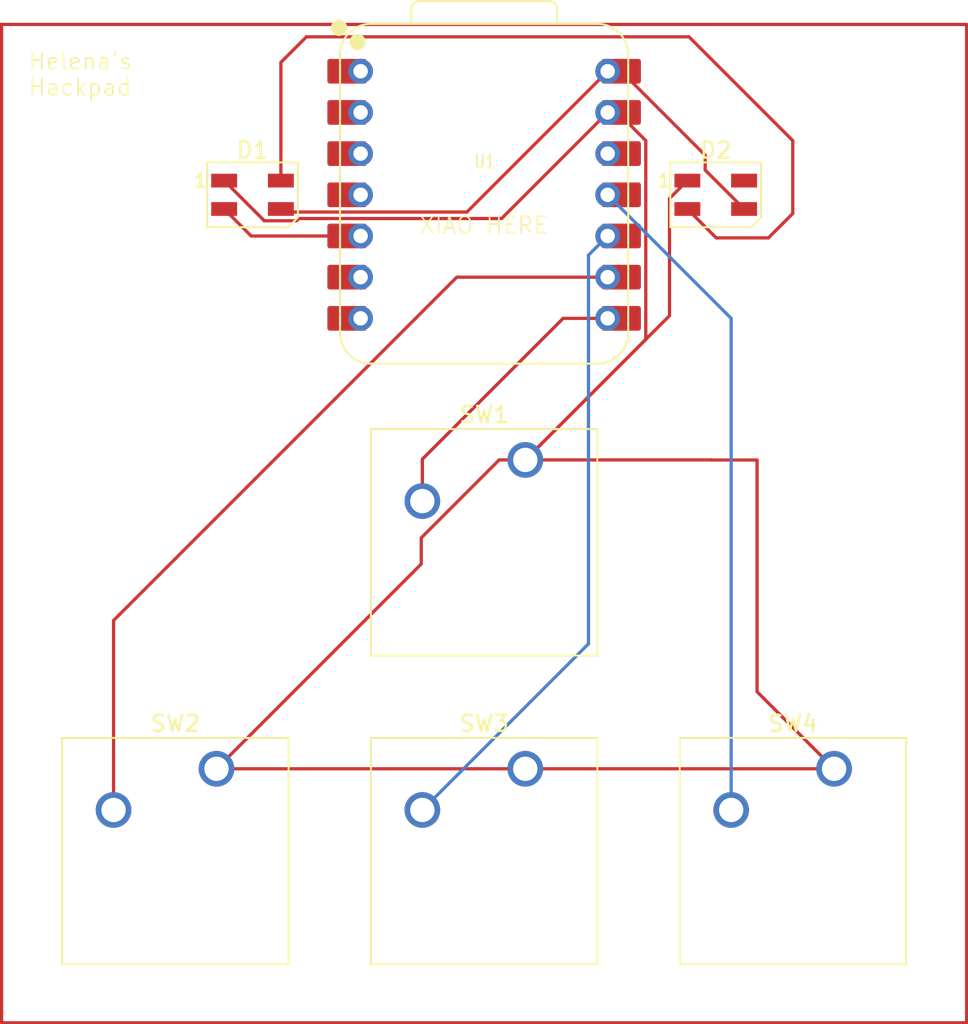
<source format=kicad_pcb>
(kicad_pcb (version 20241229) (generator "pcbnew") (generator_version "9.0")
  (layers (0 "F.Cu" signal) (2 "B.Cu" signal) (13 "F.Paste" user) (15 "B.Paste" user) (5 "F.SilkS" user "F.Silkscreen") (7 "B.SilkS" user "B.Silkscreen") (1 "F.Mask" user) (3 "B.Mask" user) (25 "Edge.Cuts" user))
  (net 0 "")
  (net 1 "+5V")
  (net 2 "Net-(D1-DIN)")
  (net 3 "Net-(D1-DOUT)")
  (net 5 "GND")
  (net 6 "Net-(U1-GPIO1{slash}RX)")
  (net 7 "Net-(U1-GPIO2{slash}SCK)")
  (net 8 "Net-(U1-GPIO4{slash}MISO)")
  (net 9 "Net-(U1-GPIO3{slash}MOSI)")
  (footprint "Button_Switch_Keyboard:SW_Cherry_MX_1.00u_PCB" (layer "F.Cu") (at 64.4525 80.645)
    (property "Reference" "SW2" (at -2.54 -2.794 0) (layer "F.SilkS"))
    (property "Value" "SW_Push")
    (fp_line (start -9.525 -1.905) (end 4.445 -1.905) (stroke (width 0.12)) (layer "F.SilkS"))
    (fp_line (start -9.525 12.065) (end -9.525 -1.905) (stroke (width 0.12)) (layer "F.SilkS"))
    (fp_line (start 4.445 -1.905) (end 4.445 12.065) (stroke (width 0.12)) (layer "F.SilkS"))
    (fp_line (start 4.445 12.065) (end -9.525 12.065) (stroke (width 0.12)) (layer "F.SilkS"))
    (pad "" np_thru_hole circle (at -7.62 5.08) (size 1.7 1.7) (drill 1.7) (layers "*.Cu" "*.Mask"))
    (pad "" np_thru_hole circle (at -2.54 5.08) (size 4 4) (drill 4) (layers "*.Cu" "*.Mask"))
    (pad "" np_thru_hole circle (at 2.54 5.08) (size 1.7 1.7) (drill 1.7) (layers "*.Cu" "*.Mask"))
    (pad "1" thru_hole circle (at 0 0) (size 2.2 2.2) (drill 1.5) (layers "*.Cu" "*.Mask") (net 5 "GND"))
    (pad "2" thru_hole circle (at -6.35 2.54) (size 2.2 2.2) (drill 1.5) (layers "*.Cu" "*.Mask") (net 7 "Net-(U1-GPIO2{slash}SCK)"))
  )
  (footprint "OPL Lib:XIAO-RP2040-DIP" (layer "F.Cu") (at 80.9625 45.24375)
    (property "Reference" "U1" (at 0.0375 -2.04375 0) (layer "F.SilkS") (effects (font (size 0.8 0.635) (thickness 0.1016))))
    (property "Value" "XIAO-RP2040-DIP")
    (fp_line (start -8.89 8.509) (end -8.89 -8.636) (stroke (width 0.127)) (layer "F.SilkS"))
    (fp_line (start -6.985 10.414) (end 6.985 10.414) (stroke (width 0.127)) (layer "F.SilkS"))
    (fp_line (start -4.495 -10.541) (end -4.491272 -11.451272) (stroke (width 0.127)) (layer "F.SilkS"))
    (fp_line (start -3.991272 -11.951) (end 4.004 -11.951) (stroke (width 0.127)) (layer "F.SilkS"))
    (fp_line (start 4.504 -11.451) (end 4.504 -10.541) (stroke (width 0.127)) (layer "F.SilkS"))
    (fp_line (start 6.985 -10.541) (end -6.985 -10.541) (stroke (width 0.1)) (layer "F.SilkS"))
    (fp_line (start 6.985 -10.541) (end -6.985 -10.541) (stroke (width 0.127)) (layer "F.SilkS"))
    (fp_line (start 8.89 8.509) (end 8.89 -8.636) (stroke (width 0.127)) (layer "F.SilkS"))
    (fp_arc (start -8.89 -8.636) (mid -8.332038 -9.983038) (end -6.985 -10.541) (stroke (width 0.127)) (layer "F.SilkS"))
    (fp_arc (start -6.985 10.414) (mid -8.332038 9.856038) (end -8.89 8.509) (stroke (width 0.127)) (layer "F.SilkS"))
    (fp_arc (start -4.491272 -11.451272) (mid -4.344728 -11.80464) (end -3.991272 -11.951) (stroke (width 0.127)) (layer "F.SilkS"))
    (fp_arc (start 4.004 -11.951) (mid 4.357553 -11.804553) (end 4.504 -11.451) (stroke (width 0.127)) (layer "F.SilkS"))
    (fp_arc (start 6.985 -10.541) (mid 8.332038 -9.983038) (end 8.89 -8.636) (stroke (width 0.127)) (layer "F.SilkS"))
    (fp_arc (start 8.89 8.509) (mid 8.332038 9.856038) (end 6.985 10.414) (stroke (width 0.127)) (layer "F.SilkS"))
    (fp_circle (center -8.95 -10.3) (end -8.95 -10.554) (stroke (width 0.5)) (fill yes) (layer "F.SilkS"))
    (fp_circle (center -7.807 -9.42) (end -7.807 -9.674) (stroke (width 0.5)) (fill yes) (layer "F.SilkS"))
    (pad "1" smd roundrect (at -8.455 -7.62 180) (size 2.432 1.524) (layers "F.Cu" "F.Mask") (roundrect_rratio 0.1))
    (pad "1" thru_hole circle (at -7.62 -7.62 180) (size 1.524 1.524) (drill 0.889) (layers "*.Cu" "*.Mask"))
    (pad "2" smd roundrect (at -8.455 -5.08 180) (size 2.432 1.524) (layers "F.Cu" "F.Mask") (roundrect_rratio 0.1))
    (pad "2" thru_hole circle (at -7.62 -5.08 180) (size 1.524 1.524) (drill 0.889) (layers "*.Cu" "*.Mask"))
    (pad "3" smd roundrect (at -8.455 -2.54 180) (size 2.432 1.524) (layers "F.Cu" "F.Mask") (roundrect_rratio 0.1))
    (pad "3" thru_hole circle (at -7.62 -2.54 180) (size 1.524 1.524) (drill 0.889) (layers "*.Cu" "*.Mask"))
    (pad "4" smd roundrect (at -8.455 0 180) (size 2.432 1.524) (layers "F.Cu" "F.Mask") (roundrect_rratio 0.1))
    (pad "4" thru_hole circle (at -7.62 0 180) (size 1.524 1.524) (drill 0.889) (layers "*.Cu" "*.Mask"))
    (pad "5" smd roundrect (at -8.455 2.54 180) (size 2.432 1.524) (layers "F.Cu" "F.Mask") (roundrect_rratio 0.1) (net 2 "Net-(D1-DIN)"))
    (pad "5" thru_hole circle (at -7.62 2.54 180) (size 1.524 1.524) (drill 0.889) (layers "*.Cu" "*.Mask") (net 2 "Net-(D1-DIN)"))
    (pad "6" smd roundrect (at -8.455 5.08 180) (size 2.432 1.524) (layers "F.Cu" "F.Mask") (roundrect_rratio 0.1))
    (pad "6" thru_hole circle (at -7.62 5.08 180) (size 1.524 1.524) (drill 0.889) (layers "*.Cu" "*.Mask"))
    (pad "7" smd roundrect (at -8.455 7.62 180) (size 2.432 1.524) (layers "F.Cu" "F.Mask") (roundrect_rratio 0.1))
    (pad "7" thru_hole circle (at -7.62 7.62 180) (size 1.524 1.524) (drill 0.889) (layers "*.Cu" "*.Mask"))
    (pad "8" thru_hole circle (at 7.62 7.62) (size 1.524 1.524) (drill 0.889) (layers "*.Cu" "*.Mask") (net 6 "Net-(U1-GPIO1{slash}RX)"))
    (pad "8" smd roundrect (at 8.455 7.62) (size 2.432 1.524) (layers "F.Cu" "F.Mask") (roundrect_rratio 0.1) (net 6 "Net-(U1-GPIO1{slash}RX)"))
    (pad "9" thru_hole circle (at 7.62 5.08) (size 1.524 1.524) (drill 0.889) (layers "*.Cu" "*.Mask") (net 7 "Net-(U1-GPIO2{slash}SCK)"))
    (pad "9" smd roundrect (at 8.455 5.08) (size 2.432 1.524) (layers "F.Cu" "F.Mask") (roundrect_rratio 0.1) (net 7 "Net-(U1-GPIO2{slash}SCK)"))
    (pad "10" thru_hole circle (at 7.62 2.54) (size 1.524 1.524) (drill 0.889) (layers "*.Cu" "*.Mask") (net 8 "Net-(U1-GPIO4{slash}MISO)"))
    (pad "10" smd roundrect (at 8.455 2.54) (size 2.432 1.524) (layers "F.Cu" "F.Mask") (roundrect_rratio 0.1) (net 8 "Net-(U1-GPIO4{slash}MISO)"))
    (pad "11" thru_hole circle (at 7.62 0) (size 1.524 1.524) (drill 0.889) (layers "*.Cu" "*.Mask") (net 9 "Net-(U1-GPIO3{slash}MOSI)"))
    (pad "11" smd roundrect (at 8.455 0) (size 2.432 1.524) (layers "F.Cu" "F.Mask") (roundrect_rratio 0.1) (net 9 "Net-(U1-GPIO3{slash}MOSI)"))
    (pad "12" thru_hole circle (at 7.62 -2.54) (size 1.524 1.524) (drill 0.889) (layers "*.Cu" "*.Mask"))
    (pad "12" smd roundrect (at 8.455 -2.54) (size 2.432 1.524) (layers "F.Cu" "F.Mask") (roundrect_rratio 0.1))
    (pad "13" thru_hole circle (at 7.62 -5.08) (size 1.524 1.524) (drill 0.889) (layers "*.Cu" "*.Mask") (net 5 "GND"))
    (pad "13" smd roundrect (at 8.455 -5.08) (size 2.432 1.524) (layers "F.Cu" "F.Mask") (roundrect_rratio 0.1) (net 5 "GND"))
    (pad "14" thru_hole circle (at 7.62 -7.62) (size 1.524 1.524) (drill 0.889) (layers "*.Cu" "*.Mask") (net 1 "+5V"))
    (pad "14" smd roundrect (at 8.455 -7.62) (size 2.432 1.524) (layers "F.Cu" "F.Mask") (roundrect_rratio 0.1) (net 1 "+5V"))
  )
  (footprint "Button_Switch_Keyboard:SW_Cherry_MX_1.00u_PCB" (layer "F.Cu") (at 83.5025 61.595)
    (property "Reference" "SW1" (at -2.54 -2.794 0) (layer "F.SilkS"))
    (property "Value" "SW_Push")
    (fp_line (start -9.525 -1.905) (end 4.445 -1.905) (stroke (width 0.12)) (layer "F.SilkS"))
    (fp_line (start -9.525 12.065) (end -9.525 -1.905) (stroke (width 0.12)) (layer "F.SilkS"))
    (fp_line (start 4.445 -1.905) (end 4.445 12.065) (stroke (width 0.12)) (layer "F.SilkS"))
    (fp_line (start 4.445 12.065) (end -9.525 12.065) (stroke (width 0.12)) (layer "F.SilkS"))
    (pad "" np_thru_hole circle (at -7.62 5.08) (size 1.7 1.7) (drill 1.7) (layers "*.Cu" "*.Mask"))
    (pad "" np_thru_hole circle (at -2.54 5.08) (size 4 4) (drill 4) (layers "*.Cu" "*.Mask"))
    (pad "" np_thru_hole circle (at 2.54 5.08) (size 1.7 1.7) (drill 1.7) (layers "*.Cu" "*.Mask"))
    (pad "1" thru_hole circle (at 0 0) (size 2.2 2.2) (drill 1.5) (layers "*.Cu" "*.Mask") (net 5 "GND"))
    (pad "2" thru_hole circle (at -6.35 2.54) (size 2.2 2.2) (drill 1.5) (layers "*.Cu" "*.Mask") (net 6 "Net-(U1-GPIO1{slash}RX)"))
  )
  (footprint "LED_SMD:LED_SK6812MINI_PLCC4_3.5x3.5mm_P1.75mm" (layer "F.Cu") (at 95.25 45.24375)
    (property "Reference" "D2" (at 0 -2.75 0) (layer "F.SilkS"))
    (property "Value" "SK6812")
    (fp_line (start -2.8 -2) (end -2.8 2) (stroke (width 0.12)) (layer "F.SilkS"))
    (fp_line (start -2.8 -2) (end 2.8 -2) (stroke (width 0.12)) (layer "F.SilkS"))
    (fp_line (start -2.8 2) (end 2.2 2) (stroke (width 0.12)) (layer "F.SilkS"))
    (fp_line (start 2.8 1.4) (end 2.2 2) (stroke (width 0.12)) (layer "F.SilkS"))
    (fp_line (start 2.8 1.4) (end 2.8 -2) (stroke (width 0.12)) (layer "F.SilkS"))
    (fp_text user "1" (at -3.2 -0.875 0) (layer "F.SilkS") (effects (font (size 0.8 0.8))))
    (pad "1" smd rect (at -1.75 -0.875) (size 1.6 0.85) (layers "F.Cu" "F.Mask" "F.Paste") (net 5 "GND"))
    (pad "2" smd rect (at -1.75 0.875) (size 1.6 0.85) (layers "F.Cu" "F.Mask" "F.Paste") (net 3 "Net-(D1-DOUT)"))
    (pad "3" smd rect (at 1.75 0.875) (size 1.6 0.85) (layers "F.Cu" "F.Mask" "F.Paste") (net 1 "+5V"))
    (pad "4" smd rect (at 1.75 -0.875) (size 1.6 0.85) (layers "F.Cu" "F.Mask" "F.Paste"))
  )
  (footprint "Button_Switch_Keyboard:SW_Cherry_MX_1.00u_PCB" (layer "F.Cu") (at 102.5525 80.645)
    (property "Reference" "SW4" (at -2.54 -2.794 0) (layer "F.SilkS"))
    (property "Value" "SW_Push")
    (fp_line (start -9.525 -1.905) (end 4.445 -1.905) (stroke (width 0.12)) (layer "F.SilkS"))
    (fp_line (start -9.525 12.065) (end -9.525 -1.905) (stroke (width 0.12)) (layer "F.SilkS"))
    (fp_line (start 4.445 -1.905) (end 4.445 12.065) (stroke (width 0.12)) (layer "F.SilkS"))
    (fp_line (start 4.445 12.065) (end -9.525 12.065) (stroke (width 0.12)) (layer "F.SilkS"))
    (pad "" np_thru_hole circle (at -7.62 5.08) (size 1.7 1.7) (drill 1.7) (layers "*.Cu" "*.Mask"))
    (pad "" np_thru_hole circle (at -2.54 5.08) (size 4 4) (drill 4) (layers "*.Cu" "*.Mask"))
    (pad "" np_thru_hole circle (at 2.54 5.08) (size 1.7 1.7) (drill 1.7) (layers "*.Cu" "*.Mask"))
    (pad "1" thru_hole circle (at 0 0) (size 2.2 2.2) (drill 1.5) (layers "*.Cu" "*.Mask") (net 5 "GND"))
    (pad "2" thru_hole circle (at -6.35 2.54) (size 2.2 2.2) (drill 1.5) (layers "*.Cu" "*.Mask") (net 9 "Net-(U1-GPIO3{slash}MOSI)"))
  )
  (footprint "LED_SMD:LED_SK6812MINI_PLCC4_3.5x3.5mm_P1.75mm" (layer "F.Cu") (at 66.675 45.24375)
    (property "Reference" "D1" (at 0 -2.75 0) (layer "F.SilkS"))
    (property "Value" "SK6812")
    (fp_line (start -2.8 -2) (end -2.8 2) (stroke (width 0.12)) (layer "F.SilkS"))
    (fp_line (start -2.8 -2) (end 2.8 -2) (stroke (width 0.12)) (layer "F.SilkS"))
    (fp_line (start -2.8 2) (end 2.2 2) (stroke (width 0.12)) (layer "F.SilkS"))
    (fp_line (start 2.8 1.4) (end 2.2 2) (stroke (width 0.12)) (layer "F.SilkS"))
    (fp_line (start 2.8 1.4) (end 2.8 -2) (stroke (width 0.12)) (layer "F.SilkS"))
    (fp_text user "1" (at -3.2 -0.875 0) (layer "F.SilkS") (effects (font (size 0.8 0.8))))
    (pad "1" smd rect (at -1.75 -0.875) (size 1.6 0.85) (layers "F.Cu" "F.Mask" "F.Paste") (net 5 "GND"))
    (pad "2" smd rect (at -1.75 0.875) (size 1.6 0.85) (layers "F.Cu" "F.Mask" "F.Paste") (net 2 "Net-(D1-DIN)"))
    (pad "3" smd rect (at 1.75 0.875) (size 1.6 0.85) (layers "F.Cu" "F.Mask" "F.Paste") (net 1 "+5V"))
    (pad "4" smd rect (at 1.75 -0.875) (size 1.6 0.85) (layers "F.Cu" "F.Mask" "F.Paste") (net 3 "Net-(D1-DOUT)"))
  )
  (footprint "Button_Switch_Keyboard:SW_Cherry_MX_1.00u_PCB" (layer "F.Cu") (at 83.5025 80.645)
    (property "Reference" "SW3" (at -2.54 -2.794 0) (layer "F.SilkS"))
    (property "Value" "SW_Push")
    (fp_line (start -9.525 -1.905) (end 4.445 -1.905) (stroke (width 0.12)) (layer "F.SilkS"))
    (fp_line (start -9.525 12.065) (end -9.525 -1.905) (stroke (width 0.12)) (layer "F.SilkS"))
    (fp_line (start 4.445 -1.905) (end 4.445 12.065) (stroke (width 0.12)) (layer "F.SilkS"))
    (fp_line (start 4.445 12.065) (end -9.525 12.065) (stroke (width 0.12)) (layer "F.SilkS"))
    (pad "" np_thru_hole circle (at -7.62 5.08) (size 1.7 1.7) (drill 1.7) (layers "*.Cu" "*.Mask"))
    (pad "" np_thru_hole circle (at -2.54 5.08) (size 4 4) (drill 4) (layers "*.Cu" "*.Mask"))
    (pad "" np_thru_hole circle (at 2.54 5.08) (size 1.7 1.7) (drill 1.7) (layers "*.Cu" "*.Mask"))
    (pad "1" thru_hole circle (at 0 0) (size 2.2 2.2) (drill 1.5) (layers "*.Cu" "*.Mask") (net 5 "GND"))
    (pad "2" thru_hole circle (at -6.35 2.54) (size 2.2 2.2) (drill 1.5) (layers "*.Cu" "*.Mask") (net 8 "Net-(U1-GPIO4{slash}MISO)"))
  )
  (gr_rect (start 51.196875 34.7375) (end 110.728125 96.3125) (stroke (width 0.2)) (fill no) (layer "F.Cu"))
  (gr_text "XIAO HERE" (at 76.9 47.7 0) (layer "F.SilkS") (effects (font (size 1 1) (thickness 0.1)) (justify left bottom)))
  (gr_text "Helena's \nHackpad" (at 52.8 39.2 0) (layer "F.SilkS") (effects (font (size 1 1) (thickness 0.1)) (justify left bottom)))
  (segment (start 68.425 46.11875) (end 68.613 46.30675) (width 0.2) (layer "F.Cu") (net 1))
  (segment (start 79.8995 46.30675) (end 88.5825 37.62375) (width 0.2) (layer "F.Cu") (net 1))
  (segment (start 68.613 46.30675) (end 79.8995 46.30675) (width 0.2) (layer "F.Cu") (net 1))
  (segment (start 97 46.11875) (end 94.6 43.71875) (width 0.2) (layer "F.Cu") (net 1))
  (segment (start 94.6 43.71875) (end 94.6 42.80625) (width 0.2) (layer "F.Cu") (net 1))
  (segment (start 94.6 42.80625) (end 89.4175 37.62375) (width 0.2) (layer "F.Cu") (net 1))
  (segment (start 64.925 46.11875) (end 66.59 47.78375) (width 0.2) (layer "F.Cu") (net 2))
  (segment (start 66.59 47.78375) (end 72.5075 47.78375) (width 0.2) (layer "F.Cu") (net 2))
  (segment (start 98.5 47.9) (end 95.28125 47.9) (width 0.2) (layer "F.Cu") (net 3))
  (segment (start 100 46.4) (end 98.5 47.9) (width 0.2) (layer "F.Cu") (net 3))
  (segment (start 93.6 35.5) (end 100 41.9) (width 0.2) (layer "F.Cu") (net 3))
  (segment (start 70 35.5) (end 93.6 35.5) (width 0.2) (layer "F.Cu") (net 3))
  (segment (start 100 41.9) (end 100 46.4) (width 0.2) (layer "F.Cu") (net 3))
  (segment (start 95.28125 47.9) (end 93.5 46.11875) (width 0.2) (layer "F.Cu") (net 3))
  (segment (start 68.425 37.075) (end 70 35.5) (width 0.2) (layer "F.Cu") (net 3))
  (segment (start 68.425 44.36875) (end 68.425 37.075) (width 0.2) (layer "F.Cu") (net 3))
  (segment (start 95 61.6) (end 94.995 61.595) (width 0.2) (layer "F.Cu") (net 5))
  (segment (start 81.8885 61.595) (end 83.5025 61.595) (width 0.2) (layer "F.Cu") (net 5))
  (segment (start 64.4525 80.645) (end 83.5025 80.645) (width 0.2) (layer "F.Cu") (net 5))
  (segment (start 90.9345 54.163) (end 90.9345 41.902124) (width 0.2) (layer "F.Cu") (net 5))
  (segment (start 89.196126 40.16375) (end 88.5825 40.16375) (width 0.2) (layer "F.Cu") (net 5))
  (segment (start 97.8 75.8925) (end 97.8 61.6) (width 0.2) (layer "F.Cu") (net 5))
  (segment (start 69.526 46.70775) (end 82.0385 46.70775) (width 0.2) (layer "F.Cu") (net 5))
  (segment (start 97.8 61.6) (end 95 61.6) (width 0.2) (layer "F.Cu") (net 5))
  (segment (start 92.399 52.6985) (end 92.399 45.46975) (width 0.2) (layer "F.Cu") (net 5))
  (segment (start 83.5025 80.645) (end 102.5525 80.645) (width 0.2) (layer "F.Cu") (net 5))
  (segment (start 82.0385 46.70775) (end 88.5825 40.16375) (width 0.2) (layer "F.Cu") (net 5))
  (segment (start 64.925 44.36875) (end 67.401 46.84475) (width 0.2) (layer "F.Cu") (net 5))
  (segment (start 67.401 46.84475) (end 69.389 46.84475) (width 0.2) (layer "F.Cu") (net 5))
  (segment (start 69.389 46.84475) (end 69.526 46.70775) (width 0.2) (layer "F.Cu") (net 5))
  (segment (start 102.5525 80.645) (end 97.8 75.8925) (width 0.2) (layer "F.Cu") (net 5))
  (segment (start 77.0835 68.014) (end 77.0835 66.4) (width 0.2) (layer "F.Cu") (net 5))
  (segment (start 83.5025 61.595) (end 90.9345 54.163) (width 0.2) (layer "F.Cu") (net 5))
  (segment (start 64.4525 80.645) (end 77.0835 68.014) (width 0.2) (layer "F.Cu") (net 5))
  (segment (start 94.995 61.595) (end 83.5025 61.595) (width 0.2) (layer "F.Cu") (net 5))
  (segment (start 92.399 45.46975) (end 93.5 44.36875) (width 0.2) (layer "F.Cu") (net 5))
  (segment (start 77.0835 66.4) (end 81.8885 61.595) (width 0.2) (layer "F.Cu") (net 5))
  (segment (start 90.9345 41.902124) (end 89.196126 40.16375) (width 0.2) (layer "F.Cu") (net 5))
  (segment (start 83.5025 61.595) (end 92.399 52.6985) (width 0.2) (layer "F.Cu") (net 5))
  (segment (start 77.1525 64.135) (end 77.1525 61.5475) (width 0.2) (layer "F.Cu") (net 6))
  (segment (start 77.1525 61.5475) (end 85.83625 52.86375) (width 0.2) (layer "F.Cu") (net 6))
  (segment (start 85.83625 52.86375) (end 88.5825 52.86375) (width 0.2) (layer "F.Cu") (net 6))
  (segment (start 79.27625 50.32375) (end 88.5825 50.32375) (width 0.2) (layer "F.Cu") (net 7))
  (segment (start 58.1025 71.4975) (end 79.27625 50.32375) (width 0.2) (layer "F.Cu") (net 7))
  (segment (start 58.1025 83.185) (end 58.1025 71.4975) (width 0.2) (layer "F.Cu") (net 7))
  (segment (start 77.1525 83.185) (end 87.4 72.9375) (width 0.2) (layer "B.Cu") (net 8))
  (segment (start 87.4 48.96625) (end 88.5825 47.78375) (width 0.2) (layer "B.Cu") (net 8))
  (segment (start 87.4 72.9375) (end 87.4 48.96625) (width 0.2) (layer "B.Cu") (net 8))
  (segment (start 96.2025 52.86375) (end 88.5825 45.24375) (width 0.2) (layer "B.Cu") (net 9))
  (segment (start 96.2025 83.185) (end 96.2025 52.86375) (width 0.2) (layer "B.Cu") (net 9))
)
</source>
